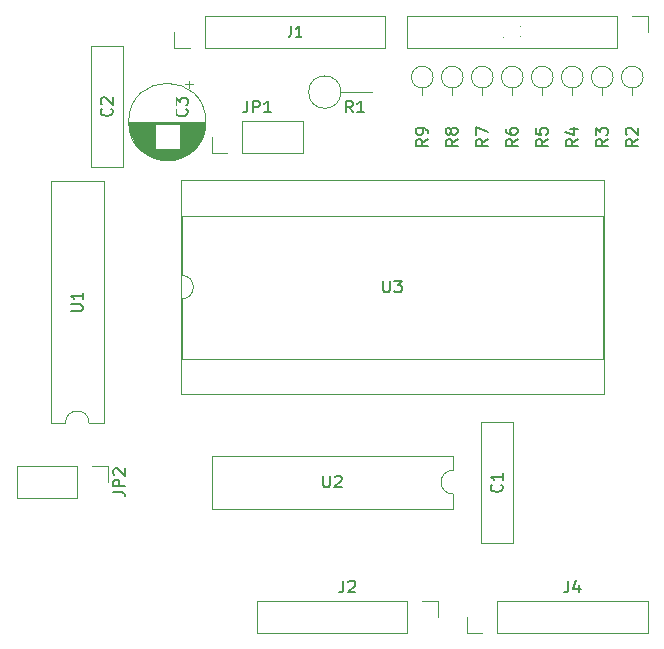
<source format=gto>
G04 #@! TF.GenerationSoftware,KiCad,Pcbnew,(5.1.12)-1*
G04 #@! TF.CreationDate,2022-05-11T07:36:37+02:00*
G04 #@! TF.ProjectId,EPROM-Shield,4550524f-4d2d-4536-9869-656c642e6b69,rev?*
G04 #@! TF.SameCoordinates,Original*
G04 #@! TF.FileFunction,Legend,Top*
G04 #@! TF.FilePolarity,Positive*
%FSLAX46Y46*%
G04 Gerber Fmt 4.6, Leading zero omitted, Abs format (unit mm)*
G04 Created by KiCad (PCBNEW (5.1.12)-1) date 2022-05-11 07:36:37*
%MOMM*%
%LPD*%
G01*
G04 APERTURE LIST*
%ADD10C,0.120000*%
%ADD11C,0.150000*%
%ADD12O,1.700000X1.700000*%
%ADD13R,1.700000X1.700000*%
%ADD14O,1.400000X1.400000*%
%ADD15C,1.400000*%
%ADD16O,1.600000X1.600000*%
%ADD17C,1.600000*%
%ADD18O,1.600000X2.400000*%
%ADD19R,1.600000X2.400000*%
%ADD20R,1.600000X1.600000*%
%ADD21O,2.400000X1.600000*%
%ADD22R,2.400000X1.600000*%
G04 APERTURE END LIST*
D10*
G04 #@! TO.C,J3*
X146110000Y-69790000D02*
X146110000Y-71120000D01*
X144780000Y-69790000D02*
X146110000Y-69790000D01*
X143510000Y-69790000D02*
X143510000Y-72450000D01*
X143510000Y-72450000D02*
X125670000Y-72450000D01*
X143510000Y-69790000D02*
X125670000Y-69790000D01*
X125670000Y-69790000D02*
X125670000Y-72450000D01*
G04 #@! TO.C,J4*
X130750000Y-121980000D02*
X130750000Y-120650000D01*
X132080000Y-121980000D02*
X130750000Y-121980000D01*
X133350000Y-121980000D02*
X133350000Y-119320000D01*
X133350000Y-119320000D02*
X146110000Y-119320000D01*
X133350000Y-121980000D02*
X146110000Y-121980000D01*
X146110000Y-121980000D02*
X146110000Y-119320000D01*
G04 #@! TO.C,J2*
X128330000Y-119320000D02*
X128330000Y-120650000D01*
X127000000Y-119320000D02*
X128330000Y-119320000D01*
X125730000Y-119320000D02*
X125730000Y-121980000D01*
X125730000Y-121980000D02*
X112970000Y-121980000D01*
X125730000Y-119320000D02*
X112970000Y-119320000D01*
X112970000Y-119320000D02*
X112970000Y-121980000D01*
G04 #@! TO.C,R4*
X139700000Y-75850000D02*
X139700000Y-76470000D01*
X140620000Y-74930000D02*
G75*
G03*
X140620000Y-74930000I-920000J0D01*
G01*
G04 #@! TO.C,R3*
X142240000Y-75850000D02*
X142240000Y-76470000D01*
X143160000Y-74930000D02*
G75*
G03*
X143160000Y-74930000I-920000J0D01*
G01*
G04 #@! TO.C,R2*
X144780000Y-75850000D02*
X144780000Y-76470000D01*
X145700000Y-74930000D02*
G75*
G03*
X145700000Y-74930000I-920000J0D01*
G01*
G04 #@! TO.C,J1*
X105985000Y-72450000D02*
X105985000Y-71120000D01*
X107315000Y-72450000D02*
X105985000Y-72450000D01*
X108585000Y-72450000D02*
X108585000Y-69790000D01*
X108585000Y-69790000D02*
X123885000Y-69790000D01*
X108585000Y-72450000D02*
X123885000Y-72450000D01*
X123885000Y-72450000D02*
X123885000Y-69790000D01*
G04 #@! TO.C,R6*
X134620000Y-75850000D02*
X134620000Y-76470000D01*
X135540000Y-74930000D02*
G75*
G03*
X135540000Y-74930000I-920000J0D01*
G01*
G04 #@! TO.C,R8*
X129540000Y-75850000D02*
X129540000Y-76470000D01*
X130460000Y-74930000D02*
G75*
G03*
X130460000Y-74930000I-920000J0D01*
G01*
G04 #@! TO.C,R9*
X127000000Y-75850000D02*
X127000000Y-76470000D01*
X127920000Y-74930000D02*
G75*
G03*
X127920000Y-74930000I-920000J0D01*
G01*
G04 #@! TO.C,R7*
X132080000Y-75850000D02*
X132080000Y-76470000D01*
X133000000Y-74930000D02*
G75*
G03*
X133000000Y-74930000I-920000J0D01*
G01*
G04 #@! TO.C,R5*
X137160000Y-75850000D02*
X137160000Y-76470000D01*
X138080000Y-74930000D02*
G75*
G03*
X138080000Y-74930000I-920000J0D01*
G01*
G04 #@! TO.C,R1*
X120115000Y-76200000D02*
G75*
G03*
X120115000Y-76200000I-1370000J0D01*
G01*
X120115000Y-76200000D02*
X122725000Y-76200000D01*
G04 #@! TO.C,U3*
X106620000Y-93710000D02*
X106620000Y-98770000D01*
X106620000Y-98770000D02*
X142300000Y-98770000D01*
X142300000Y-98770000D02*
X142300000Y-86650000D01*
X142300000Y-86650000D02*
X106620000Y-86650000D01*
X106620000Y-86650000D02*
X106620000Y-91710000D01*
X106560000Y-101770000D02*
X142360000Y-101770000D01*
X142360000Y-101770000D02*
X142360000Y-83650000D01*
X142360000Y-83650000D02*
X106560000Y-83650000D01*
X106560000Y-83650000D02*
X106560000Y-101770000D01*
X106620000Y-91710000D02*
G75*
G02*
X106620000Y-93710000I0J-1000000D01*
G01*
G04 #@! TO.C,C3*
X108680000Y-78720000D02*
G75*
G03*
X108680000Y-78720000I-3270000J0D01*
G01*
X108640000Y-78720000D02*
X102180000Y-78720000D01*
X108640000Y-78760000D02*
X102180000Y-78760000D01*
X108640000Y-78800000D02*
X102180000Y-78800000D01*
X108638000Y-78840000D02*
X102182000Y-78840000D01*
X108637000Y-78880000D02*
X102183000Y-78880000D01*
X108634000Y-78920000D02*
X102186000Y-78920000D01*
X108632000Y-78960000D02*
X106450000Y-78960000D01*
X104370000Y-78960000D02*
X102188000Y-78960000D01*
X108628000Y-79000000D02*
X106450000Y-79000000D01*
X104370000Y-79000000D02*
X102192000Y-79000000D01*
X108625000Y-79040000D02*
X106450000Y-79040000D01*
X104370000Y-79040000D02*
X102195000Y-79040000D01*
X108621000Y-79080000D02*
X106450000Y-79080000D01*
X104370000Y-79080000D02*
X102199000Y-79080000D01*
X108616000Y-79120000D02*
X106450000Y-79120000D01*
X104370000Y-79120000D02*
X102204000Y-79120000D01*
X108611000Y-79160000D02*
X106450000Y-79160000D01*
X104370000Y-79160000D02*
X102209000Y-79160000D01*
X108605000Y-79200000D02*
X106450000Y-79200000D01*
X104370000Y-79200000D02*
X102215000Y-79200000D01*
X108599000Y-79240000D02*
X106450000Y-79240000D01*
X104370000Y-79240000D02*
X102221000Y-79240000D01*
X108592000Y-79280000D02*
X106450000Y-79280000D01*
X104370000Y-79280000D02*
X102228000Y-79280000D01*
X108585000Y-79320000D02*
X106450000Y-79320000D01*
X104370000Y-79320000D02*
X102235000Y-79320000D01*
X108577000Y-79360000D02*
X106450000Y-79360000D01*
X104370000Y-79360000D02*
X102243000Y-79360000D01*
X108569000Y-79400000D02*
X106450000Y-79400000D01*
X104370000Y-79400000D02*
X102251000Y-79400000D01*
X108560000Y-79441000D02*
X106450000Y-79441000D01*
X104370000Y-79441000D02*
X102260000Y-79441000D01*
X108551000Y-79481000D02*
X106450000Y-79481000D01*
X104370000Y-79481000D02*
X102269000Y-79481000D01*
X108541000Y-79521000D02*
X106450000Y-79521000D01*
X104370000Y-79521000D02*
X102279000Y-79521000D01*
X108531000Y-79561000D02*
X106450000Y-79561000D01*
X104370000Y-79561000D02*
X102289000Y-79561000D01*
X108520000Y-79601000D02*
X106450000Y-79601000D01*
X104370000Y-79601000D02*
X102300000Y-79601000D01*
X108508000Y-79641000D02*
X106450000Y-79641000D01*
X104370000Y-79641000D02*
X102312000Y-79641000D01*
X108496000Y-79681000D02*
X106450000Y-79681000D01*
X104370000Y-79681000D02*
X102324000Y-79681000D01*
X108484000Y-79721000D02*
X106450000Y-79721000D01*
X104370000Y-79721000D02*
X102336000Y-79721000D01*
X108471000Y-79761000D02*
X106450000Y-79761000D01*
X104370000Y-79761000D02*
X102349000Y-79761000D01*
X108457000Y-79801000D02*
X106450000Y-79801000D01*
X104370000Y-79801000D02*
X102363000Y-79801000D01*
X108443000Y-79841000D02*
X106450000Y-79841000D01*
X104370000Y-79841000D02*
X102377000Y-79841000D01*
X108428000Y-79881000D02*
X106450000Y-79881000D01*
X104370000Y-79881000D02*
X102392000Y-79881000D01*
X108412000Y-79921000D02*
X106450000Y-79921000D01*
X104370000Y-79921000D02*
X102408000Y-79921000D01*
X108396000Y-79961000D02*
X106450000Y-79961000D01*
X104370000Y-79961000D02*
X102424000Y-79961000D01*
X108380000Y-80001000D02*
X106450000Y-80001000D01*
X104370000Y-80001000D02*
X102440000Y-80001000D01*
X108362000Y-80041000D02*
X106450000Y-80041000D01*
X104370000Y-80041000D02*
X102458000Y-80041000D01*
X108344000Y-80081000D02*
X106450000Y-80081000D01*
X104370000Y-80081000D02*
X102476000Y-80081000D01*
X108326000Y-80121000D02*
X106450000Y-80121000D01*
X104370000Y-80121000D02*
X102494000Y-80121000D01*
X108306000Y-80161000D02*
X106450000Y-80161000D01*
X104370000Y-80161000D02*
X102514000Y-80161000D01*
X108286000Y-80201000D02*
X106450000Y-80201000D01*
X104370000Y-80201000D02*
X102534000Y-80201000D01*
X108266000Y-80241000D02*
X106450000Y-80241000D01*
X104370000Y-80241000D02*
X102554000Y-80241000D01*
X108244000Y-80281000D02*
X106450000Y-80281000D01*
X104370000Y-80281000D02*
X102576000Y-80281000D01*
X108222000Y-80321000D02*
X106450000Y-80321000D01*
X104370000Y-80321000D02*
X102598000Y-80321000D01*
X108200000Y-80361000D02*
X106450000Y-80361000D01*
X104370000Y-80361000D02*
X102620000Y-80361000D01*
X108176000Y-80401000D02*
X106450000Y-80401000D01*
X104370000Y-80401000D02*
X102644000Y-80401000D01*
X108152000Y-80441000D02*
X106450000Y-80441000D01*
X104370000Y-80441000D02*
X102668000Y-80441000D01*
X108126000Y-80481000D02*
X106450000Y-80481000D01*
X104370000Y-80481000D02*
X102694000Y-80481000D01*
X108100000Y-80521000D02*
X106450000Y-80521000D01*
X104370000Y-80521000D02*
X102720000Y-80521000D01*
X108074000Y-80561000D02*
X106450000Y-80561000D01*
X104370000Y-80561000D02*
X102746000Y-80561000D01*
X108046000Y-80601000D02*
X106450000Y-80601000D01*
X104370000Y-80601000D02*
X102774000Y-80601000D01*
X108017000Y-80641000D02*
X106450000Y-80641000D01*
X104370000Y-80641000D02*
X102803000Y-80641000D01*
X107988000Y-80681000D02*
X106450000Y-80681000D01*
X104370000Y-80681000D02*
X102832000Y-80681000D01*
X107958000Y-80721000D02*
X106450000Y-80721000D01*
X104370000Y-80721000D02*
X102862000Y-80721000D01*
X107926000Y-80761000D02*
X106450000Y-80761000D01*
X104370000Y-80761000D02*
X102894000Y-80761000D01*
X107894000Y-80801000D02*
X106450000Y-80801000D01*
X104370000Y-80801000D02*
X102926000Y-80801000D01*
X107860000Y-80841000D02*
X106450000Y-80841000D01*
X104370000Y-80841000D02*
X102960000Y-80841000D01*
X107826000Y-80881000D02*
X106450000Y-80881000D01*
X104370000Y-80881000D02*
X102994000Y-80881000D01*
X107790000Y-80921000D02*
X106450000Y-80921000D01*
X104370000Y-80921000D02*
X103030000Y-80921000D01*
X107753000Y-80961000D02*
X106450000Y-80961000D01*
X104370000Y-80961000D02*
X103067000Y-80961000D01*
X107715000Y-81001000D02*
X106450000Y-81001000D01*
X104370000Y-81001000D02*
X103105000Y-81001000D01*
X107675000Y-81041000D02*
X103145000Y-81041000D01*
X107634000Y-81081000D02*
X103186000Y-81081000D01*
X107592000Y-81121000D02*
X103228000Y-81121000D01*
X107547000Y-81161000D02*
X103273000Y-81161000D01*
X107502000Y-81201000D02*
X103318000Y-81201000D01*
X107454000Y-81241000D02*
X103366000Y-81241000D01*
X107405000Y-81281000D02*
X103415000Y-81281000D01*
X107354000Y-81321000D02*
X103466000Y-81321000D01*
X107300000Y-81361000D02*
X103520000Y-81361000D01*
X107244000Y-81401000D02*
X103576000Y-81401000D01*
X107186000Y-81441000D02*
X103634000Y-81441000D01*
X107124000Y-81481000D02*
X103696000Y-81481000D01*
X107060000Y-81521000D02*
X103760000Y-81521000D01*
X106991000Y-81561000D02*
X103829000Y-81561000D01*
X106919000Y-81601000D02*
X103901000Y-81601000D01*
X106842000Y-81641000D02*
X103978000Y-81641000D01*
X106760000Y-81681000D02*
X104060000Y-81681000D01*
X106672000Y-81721000D02*
X104148000Y-81721000D01*
X106575000Y-81761000D02*
X104245000Y-81761000D01*
X106469000Y-81801000D02*
X104351000Y-81801000D01*
X106350000Y-81841000D02*
X104470000Y-81841000D01*
X106212000Y-81881000D02*
X104608000Y-81881000D01*
X106043000Y-81921000D02*
X104777000Y-81921000D01*
X105812000Y-81961000D02*
X105008000Y-81961000D01*
X107249000Y-75219759D02*
X107249000Y-75849759D01*
X107564000Y-75534759D02*
X106934000Y-75534759D01*
G04 #@! TO.C,C2*
X101700000Y-72310000D02*
X101700000Y-82550000D01*
X98960000Y-72310000D02*
X98960000Y-82550000D01*
X101700000Y-72310000D02*
X98960000Y-72310000D01*
X101700000Y-82550000D02*
X98960000Y-82550000D01*
G04 #@! TO.C,C1*
X131980000Y-114380000D02*
X131980000Y-104140000D01*
X134720000Y-114380000D02*
X134720000Y-104140000D01*
X131980000Y-114380000D02*
X134720000Y-114380000D01*
X131980000Y-104140000D02*
X134720000Y-104140000D01*
G04 #@! TO.C,U2*
X129600000Y-111470000D02*
X129600000Y-110220000D01*
X109160000Y-111470000D02*
X129600000Y-111470000D01*
X109160000Y-106970000D02*
X109160000Y-111470000D01*
X129600000Y-106970000D02*
X109160000Y-106970000D01*
X129600000Y-108220000D02*
X129600000Y-106970000D01*
X129600000Y-110220000D02*
G75*
G02*
X129600000Y-108220000I0J1000000D01*
G01*
G04 #@! TO.C,U1*
X95540000Y-104200000D02*
X96790000Y-104200000D01*
X95540000Y-83760000D02*
X95540000Y-104200000D01*
X100040000Y-83760000D02*
X95540000Y-83760000D01*
X100040000Y-104200000D02*
X100040000Y-83760000D01*
X98790000Y-104200000D02*
X100040000Y-104200000D01*
X96790000Y-104200000D02*
G75*
G02*
X98790000Y-104200000I1000000J0D01*
G01*
G04 #@! TO.C,JP2*
X100390000Y-107890000D02*
X100390000Y-109220000D01*
X99060000Y-107890000D02*
X100390000Y-107890000D01*
X97790000Y-107890000D02*
X97790000Y-110550000D01*
X97790000Y-110550000D02*
X92650000Y-110550000D01*
X97790000Y-107890000D02*
X92650000Y-107890000D01*
X92650000Y-107890000D02*
X92650000Y-110550000D01*
G04 #@! TO.C,JP1*
X109160000Y-81340000D02*
X109160000Y-80010000D01*
X110490000Y-81340000D02*
X109160000Y-81340000D01*
X111760000Y-81340000D02*
X111760000Y-78680000D01*
X111760000Y-78680000D02*
X116900000Y-78680000D01*
X111760000Y-81340000D02*
X116900000Y-81340000D01*
X116900000Y-81340000D02*
X116900000Y-78680000D01*
G04 #@! TO.C,J3*
D11*
X134286666Y-70572380D02*
X134286666Y-71286666D01*
X134239047Y-71429523D01*
X134143809Y-71524761D01*
X134000952Y-71572380D01*
X133905714Y-71572380D01*
X134667619Y-70572380D02*
X135286666Y-70572380D01*
X134953333Y-70953333D01*
X135096190Y-70953333D01*
X135191428Y-71000952D01*
X135239047Y-71048571D01*
X135286666Y-71143809D01*
X135286666Y-71381904D01*
X135239047Y-71477142D01*
X135191428Y-71524761D01*
X135096190Y-71572380D01*
X134810476Y-71572380D01*
X134715238Y-71524761D01*
X134667619Y-71477142D01*
G04 #@! TO.C,J4*
X139366666Y-117562380D02*
X139366666Y-118276666D01*
X139319047Y-118419523D01*
X139223809Y-118514761D01*
X139080952Y-118562380D01*
X138985714Y-118562380D01*
X140271428Y-117895714D02*
X140271428Y-118562380D01*
X140033333Y-117514761D02*
X139795238Y-118229047D01*
X140414285Y-118229047D01*
G04 #@! TO.C,J2*
X120316666Y-117562380D02*
X120316666Y-118276666D01*
X120269047Y-118419523D01*
X120173809Y-118514761D01*
X120030952Y-118562380D01*
X119935714Y-118562380D01*
X120745238Y-117657619D02*
X120792857Y-117610000D01*
X120888095Y-117562380D01*
X121126190Y-117562380D01*
X121221428Y-117610000D01*
X121269047Y-117657619D01*
X121316666Y-117752857D01*
X121316666Y-117848095D01*
X121269047Y-117990952D01*
X120697619Y-118562380D01*
X121316666Y-118562380D01*
G04 #@! TO.C,R4*
X140152380Y-80176666D02*
X139676190Y-80510000D01*
X140152380Y-80748095D02*
X139152380Y-80748095D01*
X139152380Y-80367142D01*
X139200000Y-80271904D01*
X139247619Y-80224285D01*
X139342857Y-80176666D01*
X139485714Y-80176666D01*
X139580952Y-80224285D01*
X139628571Y-80271904D01*
X139676190Y-80367142D01*
X139676190Y-80748095D01*
X139485714Y-79319523D02*
X140152380Y-79319523D01*
X139104761Y-79557619D02*
X139819047Y-79795714D01*
X139819047Y-79176666D01*
G04 #@! TO.C,R3*
X142692380Y-80176666D02*
X142216190Y-80510000D01*
X142692380Y-80748095D02*
X141692380Y-80748095D01*
X141692380Y-80367142D01*
X141740000Y-80271904D01*
X141787619Y-80224285D01*
X141882857Y-80176666D01*
X142025714Y-80176666D01*
X142120952Y-80224285D01*
X142168571Y-80271904D01*
X142216190Y-80367142D01*
X142216190Y-80748095D01*
X141692380Y-79843333D02*
X141692380Y-79224285D01*
X142073333Y-79557619D01*
X142073333Y-79414761D01*
X142120952Y-79319523D01*
X142168571Y-79271904D01*
X142263809Y-79224285D01*
X142501904Y-79224285D01*
X142597142Y-79271904D01*
X142644761Y-79319523D01*
X142692380Y-79414761D01*
X142692380Y-79700476D01*
X142644761Y-79795714D01*
X142597142Y-79843333D01*
G04 #@! TO.C,R2*
X145232380Y-80176666D02*
X144756190Y-80510000D01*
X145232380Y-80748095D02*
X144232380Y-80748095D01*
X144232380Y-80367142D01*
X144280000Y-80271904D01*
X144327619Y-80224285D01*
X144422857Y-80176666D01*
X144565714Y-80176666D01*
X144660952Y-80224285D01*
X144708571Y-80271904D01*
X144756190Y-80367142D01*
X144756190Y-80748095D01*
X144327619Y-79795714D02*
X144280000Y-79748095D01*
X144232380Y-79652857D01*
X144232380Y-79414761D01*
X144280000Y-79319523D01*
X144327619Y-79271904D01*
X144422857Y-79224285D01*
X144518095Y-79224285D01*
X144660952Y-79271904D01*
X145232380Y-79843333D01*
X145232380Y-79224285D01*
G04 #@! TO.C,J1*
X115871666Y-70572380D02*
X115871666Y-71286666D01*
X115824047Y-71429523D01*
X115728809Y-71524761D01*
X115585952Y-71572380D01*
X115490714Y-71572380D01*
X116871666Y-71572380D02*
X116300238Y-71572380D01*
X116585952Y-71572380D02*
X116585952Y-70572380D01*
X116490714Y-70715238D01*
X116395476Y-70810476D01*
X116300238Y-70858095D01*
G04 #@! TO.C,R6*
X135072380Y-80176666D02*
X134596190Y-80510000D01*
X135072380Y-80748095D02*
X134072380Y-80748095D01*
X134072380Y-80367142D01*
X134120000Y-80271904D01*
X134167619Y-80224285D01*
X134262857Y-80176666D01*
X134405714Y-80176666D01*
X134500952Y-80224285D01*
X134548571Y-80271904D01*
X134596190Y-80367142D01*
X134596190Y-80748095D01*
X134072380Y-79319523D02*
X134072380Y-79510000D01*
X134120000Y-79605238D01*
X134167619Y-79652857D01*
X134310476Y-79748095D01*
X134500952Y-79795714D01*
X134881904Y-79795714D01*
X134977142Y-79748095D01*
X135024761Y-79700476D01*
X135072380Y-79605238D01*
X135072380Y-79414761D01*
X135024761Y-79319523D01*
X134977142Y-79271904D01*
X134881904Y-79224285D01*
X134643809Y-79224285D01*
X134548571Y-79271904D01*
X134500952Y-79319523D01*
X134453333Y-79414761D01*
X134453333Y-79605238D01*
X134500952Y-79700476D01*
X134548571Y-79748095D01*
X134643809Y-79795714D01*
G04 #@! TO.C,R8*
X129992380Y-80176666D02*
X129516190Y-80510000D01*
X129992380Y-80748095D02*
X128992380Y-80748095D01*
X128992380Y-80367142D01*
X129040000Y-80271904D01*
X129087619Y-80224285D01*
X129182857Y-80176666D01*
X129325714Y-80176666D01*
X129420952Y-80224285D01*
X129468571Y-80271904D01*
X129516190Y-80367142D01*
X129516190Y-80748095D01*
X129420952Y-79605238D02*
X129373333Y-79700476D01*
X129325714Y-79748095D01*
X129230476Y-79795714D01*
X129182857Y-79795714D01*
X129087619Y-79748095D01*
X129040000Y-79700476D01*
X128992380Y-79605238D01*
X128992380Y-79414761D01*
X129040000Y-79319523D01*
X129087619Y-79271904D01*
X129182857Y-79224285D01*
X129230476Y-79224285D01*
X129325714Y-79271904D01*
X129373333Y-79319523D01*
X129420952Y-79414761D01*
X129420952Y-79605238D01*
X129468571Y-79700476D01*
X129516190Y-79748095D01*
X129611428Y-79795714D01*
X129801904Y-79795714D01*
X129897142Y-79748095D01*
X129944761Y-79700476D01*
X129992380Y-79605238D01*
X129992380Y-79414761D01*
X129944761Y-79319523D01*
X129897142Y-79271904D01*
X129801904Y-79224285D01*
X129611428Y-79224285D01*
X129516190Y-79271904D01*
X129468571Y-79319523D01*
X129420952Y-79414761D01*
G04 #@! TO.C,R9*
X127452380Y-80176666D02*
X126976190Y-80510000D01*
X127452380Y-80748095D02*
X126452380Y-80748095D01*
X126452380Y-80367142D01*
X126500000Y-80271904D01*
X126547619Y-80224285D01*
X126642857Y-80176666D01*
X126785714Y-80176666D01*
X126880952Y-80224285D01*
X126928571Y-80271904D01*
X126976190Y-80367142D01*
X126976190Y-80748095D01*
X127452380Y-79700476D02*
X127452380Y-79510000D01*
X127404761Y-79414761D01*
X127357142Y-79367142D01*
X127214285Y-79271904D01*
X127023809Y-79224285D01*
X126642857Y-79224285D01*
X126547619Y-79271904D01*
X126500000Y-79319523D01*
X126452380Y-79414761D01*
X126452380Y-79605238D01*
X126500000Y-79700476D01*
X126547619Y-79748095D01*
X126642857Y-79795714D01*
X126880952Y-79795714D01*
X126976190Y-79748095D01*
X127023809Y-79700476D01*
X127071428Y-79605238D01*
X127071428Y-79414761D01*
X127023809Y-79319523D01*
X126976190Y-79271904D01*
X126880952Y-79224285D01*
G04 #@! TO.C,R7*
X132532380Y-80176666D02*
X132056190Y-80510000D01*
X132532380Y-80748095D02*
X131532380Y-80748095D01*
X131532380Y-80367142D01*
X131580000Y-80271904D01*
X131627619Y-80224285D01*
X131722857Y-80176666D01*
X131865714Y-80176666D01*
X131960952Y-80224285D01*
X132008571Y-80271904D01*
X132056190Y-80367142D01*
X132056190Y-80748095D01*
X131532380Y-79843333D02*
X131532380Y-79176666D01*
X132532380Y-79605238D01*
G04 #@! TO.C,R5*
X137612380Y-80176666D02*
X137136190Y-80510000D01*
X137612380Y-80748095D02*
X136612380Y-80748095D01*
X136612380Y-80367142D01*
X136660000Y-80271904D01*
X136707619Y-80224285D01*
X136802857Y-80176666D01*
X136945714Y-80176666D01*
X137040952Y-80224285D01*
X137088571Y-80271904D01*
X137136190Y-80367142D01*
X137136190Y-80748095D01*
X136612380Y-79271904D02*
X136612380Y-79748095D01*
X137088571Y-79795714D01*
X137040952Y-79748095D01*
X136993333Y-79652857D01*
X136993333Y-79414761D01*
X137040952Y-79319523D01*
X137088571Y-79271904D01*
X137183809Y-79224285D01*
X137421904Y-79224285D01*
X137517142Y-79271904D01*
X137564761Y-79319523D01*
X137612380Y-79414761D01*
X137612380Y-79652857D01*
X137564761Y-79748095D01*
X137517142Y-79795714D01*
G04 #@! TO.C,R1*
X121118333Y-77922380D02*
X120785000Y-77446190D01*
X120546904Y-77922380D02*
X120546904Y-76922380D01*
X120927857Y-76922380D01*
X121023095Y-76970000D01*
X121070714Y-77017619D01*
X121118333Y-77112857D01*
X121118333Y-77255714D01*
X121070714Y-77350952D01*
X121023095Y-77398571D01*
X120927857Y-77446190D01*
X120546904Y-77446190D01*
X122070714Y-77922380D02*
X121499285Y-77922380D01*
X121785000Y-77922380D02*
X121785000Y-76922380D01*
X121689761Y-77065238D01*
X121594523Y-77160476D01*
X121499285Y-77208095D01*
G04 #@! TO.C,U3*
X123698095Y-92162380D02*
X123698095Y-92971904D01*
X123745714Y-93067142D01*
X123793333Y-93114761D01*
X123888571Y-93162380D01*
X124079047Y-93162380D01*
X124174285Y-93114761D01*
X124221904Y-93067142D01*
X124269523Y-92971904D01*
X124269523Y-92162380D01*
X124650476Y-92162380D02*
X125269523Y-92162380D01*
X124936190Y-92543333D01*
X125079047Y-92543333D01*
X125174285Y-92590952D01*
X125221904Y-92638571D01*
X125269523Y-92733809D01*
X125269523Y-92971904D01*
X125221904Y-93067142D01*
X125174285Y-93114761D01*
X125079047Y-93162380D01*
X124793333Y-93162380D01*
X124698095Y-93114761D01*
X124650476Y-93067142D01*
G04 #@! TO.C,C3*
X107037142Y-77636666D02*
X107084761Y-77684285D01*
X107132380Y-77827142D01*
X107132380Y-77922380D01*
X107084761Y-78065238D01*
X106989523Y-78160476D01*
X106894285Y-78208095D01*
X106703809Y-78255714D01*
X106560952Y-78255714D01*
X106370476Y-78208095D01*
X106275238Y-78160476D01*
X106180000Y-78065238D01*
X106132380Y-77922380D01*
X106132380Y-77827142D01*
X106180000Y-77684285D01*
X106227619Y-77636666D01*
X106132380Y-77303333D02*
X106132380Y-76684285D01*
X106513333Y-77017619D01*
X106513333Y-76874761D01*
X106560952Y-76779523D01*
X106608571Y-76731904D01*
X106703809Y-76684285D01*
X106941904Y-76684285D01*
X107037142Y-76731904D01*
X107084761Y-76779523D01*
X107132380Y-76874761D01*
X107132380Y-77160476D01*
X107084761Y-77255714D01*
X107037142Y-77303333D01*
G04 #@! TO.C,C2*
X100687142Y-77596666D02*
X100734761Y-77644285D01*
X100782380Y-77787142D01*
X100782380Y-77882380D01*
X100734761Y-78025238D01*
X100639523Y-78120476D01*
X100544285Y-78168095D01*
X100353809Y-78215714D01*
X100210952Y-78215714D01*
X100020476Y-78168095D01*
X99925238Y-78120476D01*
X99830000Y-78025238D01*
X99782380Y-77882380D01*
X99782380Y-77787142D01*
X99830000Y-77644285D01*
X99877619Y-77596666D01*
X99877619Y-77215714D02*
X99830000Y-77168095D01*
X99782380Y-77072857D01*
X99782380Y-76834761D01*
X99830000Y-76739523D01*
X99877619Y-76691904D01*
X99972857Y-76644285D01*
X100068095Y-76644285D01*
X100210952Y-76691904D01*
X100782380Y-77263333D01*
X100782380Y-76644285D01*
G04 #@! TO.C,C1*
X133707142Y-109426666D02*
X133754761Y-109474285D01*
X133802380Y-109617142D01*
X133802380Y-109712380D01*
X133754761Y-109855238D01*
X133659523Y-109950476D01*
X133564285Y-109998095D01*
X133373809Y-110045714D01*
X133230952Y-110045714D01*
X133040476Y-109998095D01*
X132945238Y-109950476D01*
X132850000Y-109855238D01*
X132802380Y-109712380D01*
X132802380Y-109617142D01*
X132850000Y-109474285D01*
X132897619Y-109426666D01*
X133802380Y-108474285D02*
X133802380Y-109045714D01*
X133802380Y-108760000D02*
X132802380Y-108760000D01*
X132945238Y-108855238D01*
X133040476Y-108950476D01*
X133088095Y-109045714D01*
G04 #@! TO.C,U2*
X118618095Y-108672380D02*
X118618095Y-109481904D01*
X118665714Y-109577142D01*
X118713333Y-109624761D01*
X118808571Y-109672380D01*
X118999047Y-109672380D01*
X119094285Y-109624761D01*
X119141904Y-109577142D01*
X119189523Y-109481904D01*
X119189523Y-108672380D01*
X119618095Y-108767619D02*
X119665714Y-108720000D01*
X119760952Y-108672380D01*
X119999047Y-108672380D01*
X120094285Y-108720000D01*
X120141904Y-108767619D01*
X120189523Y-108862857D01*
X120189523Y-108958095D01*
X120141904Y-109100952D01*
X119570476Y-109672380D01*
X120189523Y-109672380D01*
G04 #@! TO.C,U1*
X97242380Y-94741904D02*
X98051904Y-94741904D01*
X98147142Y-94694285D01*
X98194761Y-94646666D01*
X98242380Y-94551428D01*
X98242380Y-94360952D01*
X98194761Y-94265714D01*
X98147142Y-94218095D01*
X98051904Y-94170476D01*
X97242380Y-94170476D01*
X98242380Y-93170476D02*
X98242380Y-93741904D01*
X98242380Y-93456190D02*
X97242380Y-93456190D01*
X97385238Y-93551428D01*
X97480476Y-93646666D01*
X97528095Y-93741904D01*
G04 #@! TO.C,JP2*
X100842380Y-110053333D02*
X101556666Y-110053333D01*
X101699523Y-110100952D01*
X101794761Y-110196190D01*
X101842380Y-110339047D01*
X101842380Y-110434285D01*
X101842380Y-109577142D02*
X100842380Y-109577142D01*
X100842380Y-109196190D01*
X100890000Y-109100952D01*
X100937619Y-109053333D01*
X101032857Y-109005714D01*
X101175714Y-109005714D01*
X101270952Y-109053333D01*
X101318571Y-109100952D01*
X101366190Y-109196190D01*
X101366190Y-109577142D01*
X100937619Y-108624761D02*
X100890000Y-108577142D01*
X100842380Y-108481904D01*
X100842380Y-108243809D01*
X100890000Y-108148571D01*
X100937619Y-108100952D01*
X101032857Y-108053333D01*
X101128095Y-108053333D01*
X101270952Y-108100952D01*
X101842380Y-108672380D01*
X101842380Y-108053333D01*
G04 #@! TO.C,JP1*
X112196666Y-76922380D02*
X112196666Y-77636666D01*
X112149047Y-77779523D01*
X112053809Y-77874761D01*
X111910952Y-77922380D01*
X111815714Y-77922380D01*
X112672857Y-77922380D02*
X112672857Y-76922380D01*
X113053809Y-76922380D01*
X113149047Y-76970000D01*
X113196666Y-77017619D01*
X113244285Y-77112857D01*
X113244285Y-77255714D01*
X113196666Y-77350952D01*
X113149047Y-77398571D01*
X113053809Y-77446190D01*
X112672857Y-77446190D01*
X114196666Y-77922380D02*
X113625238Y-77922380D01*
X113910952Y-77922380D02*
X113910952Y-76922380D01*
X113815714Y-77065238D01*
X113720476Y-77160476D01*
X113625238Y-77208095D01*
G04 #@! TD*
%LPC*%
D12*
G04 #@! TO.C,J3*
X127000000Y-71120000D03*
X129540000Y-71120000D03*
X132080000Y-71120000D03*
X134620000Y-71120000D03*
X137160000Y-71120000D03*
X139700000Y-71120000D03*
X142240000Y-71120000D03*
D13*
X144780000Y-71120000D03*
G04 #@! TD*
D12*
G04 #@! TO.C,J4*
X144780000Y-120650000D03*
X142240000Y-120650000D03*
X139700000Y-120650000D03*
X137160000Y-120650000D03*
X134620000Y-120650000D03*
D13*
X132080000Y-120650000D03*
G04 #@! TD*
D12*
G04 #@! TO.C,J2*
X114300000Y-120650000D03*
X116840000Y-120650000D03*
X119380000Y-120650000D03*
X121920000Y-120650000D03*
X124460000Y-120650000D03*
D13*
X127000000Y-120650000D03*
G04 #@! TD*
D14*
G04 #@! TO.C,R4*
X139700000Y-77470000D03*
D15*
X139700000Y-74930000D03*
G04 #@! TD*
D14*
G04 #@! TO.C,R3*
X142240000Y-77470000D03*
D15*
X142240000Y-74930000D03*
G04 #@! TD*
D14*
G04 #@! TO.C,R2*
X144780000Y-77470000D03*
D15*
X144780000Y-74930000D03*
G04 #@! TD*
D12*
G04 #@! TO.C,J1*
X122555000Y-71120000D03*
X120015000Y-71120000D03*
X117475000Y-71120000D03*
X114935000Y-71120000D03*
X112395000Y-71120000D03*
X109855000Y-71120000D03*
D13*
X107315000Y-71120000D03*
G04 #@! TD*
D14*
G04 #@! TO.C,R6*
X134620000Y-77470000D03*
D15*
X134620000Y-74930000D03*
G04 #@! TD*
D14*
G04 #@! TO.C,R8*
X129540000Y-77470000D03*
D15*
X129540000Y-74930000D03*
G04 #@! TD*
D14*
G04 #@! TO.C,R9*
X127000000Y-77470000D03*
D15*
X127000000Y-74930000D03*
G04 #@! TD*
D14*
G04 #@! TO.C,R7*
X132080000Y-77470000D03*
D15*
X132080000Y-74930000D03*
G04 #@! TD*
D14*
G04 #@! TO.C,R5*
X137160000Y-77470000D03*
D15*
X137160000Y-74930000D03*
G04 #@! TD*
D16*
G04 #@! TO.C,R1*
X123825000Y-76200000D03*
D17*
X118745000Y-76200000D03*
G04 #@! TD*
D18*
G04 #@! TO.C,U3*
X107950000Y-85090000D03*
X140970000Y-100330000D03*
X110490000Y-85090000D03*
X138430000Y-100330000D03*
X113030000Y-85090000D03*
X135890000Y-100330000D03*
X115570000Y-85090000D03*
X133350000Y-100330000D03*
X118110000Y-85090000D03*
X130810000Y-100330000D03*
X120650000Y-85090000D03*
X128270000Y-100330000D03*
X123190000Y-85090000D03*
X125730000Y-100330000D03*
X125730000Y-85090000D03*
X123190000Y-100330000D03*
X128270000Y-85090000D03*
X120650000Y-100330000D03*
X130810000Y-85090000D03*
X118110000Y-100330000D03*
X133350000Y-85090000D03*
X115570000Y-100330000D03*
X135890000Y-85090000D03*
X113030000Y-100330000D03*
X138430000Y-85090000D03*
X110490000Y-100330000D03*
X140970000Y-85090000D03*
D19*
X107950000Y-100330000D03*
G04 #@! TD*
D17*
G04 #@! TO.C,C3*
X105410000Y-79970000D03*
D20*
X105410000Y-77470000D03*
G04 #@! TD*
D17*
G04 #@! TO.C,C2*
X100330000Y-79930000D03*
X100330000Y-74930000D03*
G04 #@! TD*
G04 #@! TO.C,C1*
X133350000Y-106760000D03*
X133350000Y-111760000D03*
G04 #@! TD*
D18*
G04 #@! TO.C,U2*
X128270000Y-113030000D03*
X110490000Y-105410000D03*
X125730000Y-113030000D03*
X113030000Y-105410000D03*
X123190000Y-113030000D03*
X115570000Y-105410000D03*
X120650000Y-113030000D03*
X118110000Y-105410000D03*
X118110000Y-113030000D03*
X120650000Y-105410000D03*
X115570000Y-113030000D03*
X123190000Y-105410000D03*
X113030000Y-113030000D03*
X125730000Y-105410000D03*
X110490000Y-113030000D03*
D19*
X128270000Y-105410000D03*
G04 #@! TD*
D21*
G04 #@! TO.C,U1*
X93980000Y-102870000D03*
X101600000Y-85090000D03*
X93980000Y-100330000D03*
X101600000Y-87630000D03*
X93980000Y-97790000D03*
X101600000Y-90170000D03*
X93980000Y-95250000D03*
X101600000Y-92710000D03*
X93980000Y-92710000D03*
X101600000Y-95250000D03*
X93980000Y-90170000D03*
X101600000Y-97790000D03*
X93980000Y-87630000D03*
X101600000Y-100330000D03*
X93980000Y-85090000D03*
D22*
X101600000Y-102870000D03*
G04 #@! TD*
D12*
G04 #@! TO.C,JP2*
X93980000Y-109220000D03*
X96520000Y-109220000D03*
D13*
X99060000Y-109220000D03*
G04 #@! TD*
D12*
G04 #@! TO.C,JP1*
X115570000Y-80010000D03*
X113030000Y-80010000D03*
D13*
X110490000Y-80010000D03*
G04 #@! TD*
M02*

</source>
